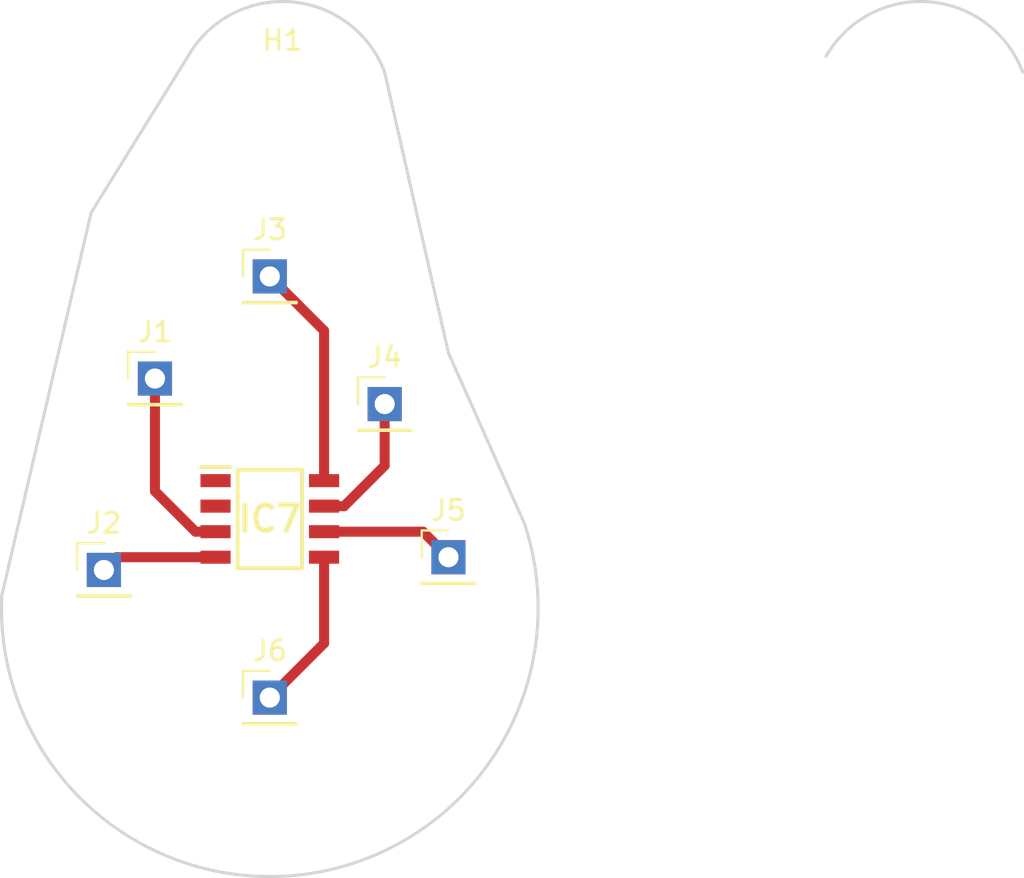
<source format=kicad_pcb>
(kicad_pcb (version 20211014) (generator pcbnew)
  (layers (0 "F.Cu" signal) (31 "B.Cu" signal) (34 "B.Paste" user) (35 "F.Paste" user) (36 "B.SilkS" user "B.Silkscreen") (37 "F.SilkS" user "F.Silkscreen") (38 "B.Mask" user) (39 "F.Mask" user) (44 "Edge.Cuts" user))
  (net 0 "")
  (net 1 "Net-(IC7-Pad8)")
  (net 2 "Net-(IC7-Pad7)")
  (net 3 "Net-(IC7-Pad6)")
  (net 4 "Net-(IC7-Pad5)")
  (net 5 "Net-(IC7-Pad4)")
  (net 6 "Net-(IC7-Pad3)")
  (net 7 "Net-(IC7-Pad2)")
  (net 8 "Net-(IC7-Pad1)")
  (footprint "SamacSys_Parts:SOIC127P600X175-8N" (layer "F.Cu") (at 91.44 58.42)
    (fp_text reference "IC7" (at 0 0) (layer "F.SilkS") (effects (font (size 1.27 1.27) (thickness 0.254))))
    (fp_text value "AT24CM02-SSHD-T" hide)
    (fp_line (start 1.6 -2.45) (end 1.6 2.45) (layer "F.SilkS") (width 0.2))
    (fp_line (start 1.6 2.45) (end -1.6 2.45) (layer "F.SilkS") (width 0.2))
    (fp_line (start -1.6 2.45) (end -1.6 -2.45) (layer "F.SilkS") (width 0.2))
    (fp_line (start -3.45 -2.58) (end -1.95 -2.58) (layer "F.SilkS") (width 0.2))
    (fp_line (start -1.6 -2.45) (end 1.6 -2.45) (layer "F.SilkS") (width 0.2))
    (pad "1" smd rect locked (at -2.7 -1.905 90) (size 0.65 1.5) (layers "F.Cu" "F.Paste" "F.Mask") (net 8 "Net-(IC7-Pad1)"))
    (pad "2" smd rect locked (at -2.7 -0.635 90) (size 0.65 1.5) (layers "F.Cu" "F.Paste" "F.Mask") (net 7 "Net-(IC7-Pad2)"))
    (pad "3" smd rect locked (at -2.7 0.635 90) (size 0.65 1.5) (layers "F.Cu" "F.Paste" "F.Mask") (net 6 "Net-(IC7-Pad3)"))
    (pad "4" smd rect locked (at -2.7 1.905 90) (size 0.65 1.5) (layers "F.Cu" "F.Paste" "F.Mask") (net 5 "Net-(IC7-Pad4)"))
    (pad "5" smd rect locked (at 2.7 1.905 90) (size 0.65 1.5) (layers "F.Cu" "F.Paste" "F.Mask") (net 4 "Net-(IC7-Pad5)"))
    (pad "6" smd rect locked (at 2.7 0.635 90) (size 0.65 1.5) (layers "F.Cu" "F.Paste" "F.Mask") (net 3 "Net-(IC7-Pad6)"))
    (pad "7" smd rect locked (at 2.7 -0.635 90) (size 0.65 1.5) (layers "F.Cu" "F.Paste" "F.Mask") (net 2 "Net-(IC7-Pad7)"))
    (pad "8" smd rect locked (at 2.7 -1.905 90) (size 0.65 1.5) (layers "F.Cu" "F.Paste" "F.Mask") (net 1 "Net-(IC7-Pad8)"))
  )
  (footprint "Connector_PinHeader_2.54mm:PinHeader_1x01_P2.54mm_Vertical" (layer "F.Cu") (at 85.725 51.435)
    (fp_text reference "J1" (at 0 -2.33) (layer "F.SilkS"))
    (fp_text value "Conn_01x01")
    (fp_line (start -1.33 1.27) (end -1.33 1.33) (layer "F.SilkS") (width 0.12))
    (fp_line (start 1.33 1.27) (end 1.33 1.33) (layer "F.SilkS") (width 0.12))
    (fp_line (start -1.33 1.27) (end 1.33 1.27) (layer "F.SilkS") (width 0.12))
    (fp_line (start -1.33 1.33) (end 1.33 1.33) (layer "F.SilkS") (width 0.12))
    (fp_line (start -1.33 -1.33) (end 0 -1.33) (layer "F.SilkS") (width 0.12))
    (fp_line (start -1.33 0) (end -1.33 -1.33) (layer "F.SilkS") (width 0.12))
    (pad "1" thru_hole rect locked (at 0 0) (size 1.7 1.7) (drill 1) (layers *.Cu *.Mask) (net 6 "Net-(IC7-Pad3)"))
  )
  (footprint "Connector_PinHeader_2.54mm:PinHeader_1x01_P2.54mm_Vertical" (layer "F.Cu") (at 91.44 46.355)
    (fp_text reference "J3" (at 0 -2.33) (layer "F.SilkS"))
    (fp_text value "Conn_01x01")
    (fp_line (start -1.33 1.27) (end 1.33 1.27) (layer "F.SilkS") (width 0.12))
    (fp_line (start -1.33 1.27) (end -1.33 1.33) (layer "F.SilkS") (width 0.12))
    (fp_line (start 1.33 1.27) (end 1.33 1.33) (layer "F.SilkS") (width 0.12))
    (fp_line (start -1.33 0) (end -1.33 -1.33) (layer "F.SilkS") (width 0.12))
    (fp_line (start -1.33 -1.33) (end 0 -1.33) (layer "F.SilkS") (width 0.12))
    (fp_line (start -1.33 1.33) (end 1.33 1.33) (layer "F.SilkS") (width 0.12))
    (pad "1" thru_hole rect locked (at 0 0) (size 1.7 1.7) (drill 1) (layers *.Cu *.Mask) (net 1 "Net-(IC7-Pad8)"))
  )
  (footprint "Connector_PinHeader_2.54mm:PinHeader_1x01_P2.54mm_Vertical" (layer "F.Cu") (at 97.155 52.705)
    (fp_text reference "J4" (at 0 -2.33) (layer "F.SilkS"))
    (fp_text value "Conn_01x01")
    (fp_line (start -1.33 -1.33) (end 0 -1.33) (layer "F.SilkS") (width 0.12))
    (fp_line (start 1.33 1.27) (end 1.33 1.33) (layer "F.SilkS") (width 0.12))
    (fp_line (start -1.33 1.27) (end 1.33 1.27) (layer "F.SilkS") (width 0.12))
    (fp_line (start -1.33 0) (end -1.33 -1.33) (layer "F.SilkS") (width 0.12))
    (fp_line (start -1.33 1.27) (end -1.33 1.33) (layer "F.SilkS") (width 0.12))
    (fp_line (start -1.33 1.33) (end 1.33 1.33) (layer "F.SilkS") (width 0.12))
    (pad "1" thru_hole rect locked (at 0 0) (size 1.7 1.7) (drill 1) (layers *.Cu *.Mask) (net 2 "Net-(IC7-Pad7)"))
  )
  (footprint "Connector_PinHeader_2.54mm:PinHeader_1x01_P2.54mm_Vertical" (layer "F.Cu") (at 100.33 60.325)
    (fp_text reference "J5" (at 0 -2.33) (layer "F.SilkS"))
    (fp_text value "Conn_01x01")
    (fp_line (start 1.33 1.27) (end 1.33 1.33) (layer "F.SilkS") (width 0.12))
    (fp_line (start -1.33 1.27) (end 1.33 1.27) (layer "F.SilkS") (width 0.12))
    (fp_line (start -1.33 1.33) (end 1.33 1.33) (layer "F.SilkS") (width 0.12))
    (fp_line (start -1.33 0) (end -1.33 -1.33) (layer "F.SilkS") (width 0.12))
    (fp_line (start -1.33 -1.33) (end 0 -1.33) (layer "F.SilkS") (width 0.12))
    (fp_line (start -1.33 1.27) (end -1.33 1.33) (layer "F.SilkS") (width 0.12))
    (pad "1" thru_hole rect locked (at 0 0) (size 1.7 1.7) (drill 1) (layers *.Cu *.Mask) (net 3 "Net-(IC7-Pad6)"))
  )
  (footprint "Connector_PinHeader_2.54mm:PinHeader_1x01_P2.54mm_Vertical" (layer "F.Cu") (at 91.44 67.31)
    (fp_text reference "J6" (at 0 -2.33) (layer "F.SilkS"))
    (fp_text value "Conn_01x01")
    (fp_line (start -1.33 1.33) (end 1.33 1.33) (layer "F.SilkS") (width 0.12))
    (fp_line (start -1.33 1.27) (end 1.33 1.27) (layer "F.SilkS") (width 0.12))
    (fp_line (start -1.33 0) (end -1.33 -1.33) (layer "F.SilkS") (width 0.12))
    (fp_line (start 1.33 1.27) (end 1.33 1.33) (layer "F.SilkS") (width 0.12))
    (fp_line (start -1.33 1.27) (end -1.33 1.33) (layer "F.SilkS") (width 0.12))
    (fp_line (start -1.33 -1.33) (end 0 -1.33) (layer "F.SilkS") (width 0.12))
    (pad "1" thru_hole rect locked (at 0 0) (size 1.7 1.7) (drill 1) (layers *.Cu *.Mask) (net 4 "Net-(IC7-Pad5)"))
  )
  (footprint "Connector_PinHeader_2.54mm:PinHeader_1x01_P2.54mm_Vertical" (layer "F.Cu") (at 83.185 60.96)
    (fp_text reference "J2" (at 0 -2.33) (layer "F.SilkS"))
    (fp_text value "Conn_01x01")
    (fp_line (start -1.33 1.27) (end -1.33 1.33) (layer "F.SilkS") (width 0.12))
    (fp_line (start -1.33 1.33) (end 1.33 1.33) (layer "F.SilkS") (width 0.12))
    (fp_line (start 1.33 1.27) (end 1.33 1.33) (layer "F.SilkS") (width 0.12))
    (fp_line (start -1.33 -1.33) (end 0 -1.33) (layer "F.SilkS") (width 0.12))
    (fp_line (start -1.33 0) (end -1.33 -1.33) (layer "F.SilkS") (width 0.12))
    (fp_line (start -1.33 1.27) (end 1.33 1.27) (layer "F.SilkS") (width 0.12))
    (pad "1" thru_hole rect locked (at 0 0) (size 1.7 1.7) (drill 1) (layers *.Cu *.Mask) (net 5 "Net-(IC7-Pad4)"))
  )
  (footprint "MountingHole:MountingHole_2.5mm" (layer "F.Cu") (at 92.075 38.1)
    (fp_text reference "H1" (at 0 -3.5) (layer "F.SilkS"))
    (fp_text value "MountingHole")
    (pad "" np_thru_hole circle locked (at 0 0) (size 2.5 2.5) (drill 2.5) (layers *.Cu *.Mask))
  )
  (gr_line (start 100.33 50.165) (end 104.105027 58.643324) (layer "Edge.Cuts") (width 0.15))
  (gr_line (start 82.55 43.18) (end 87.364397 35.408227) (layer "Edge.Cuts") (width 0.15))
  (gr_arc (start 119.114353 35.408303) (mid 124.259544 32.691987) (end 128.905 36.195) (layer "Edge.Cuts") (width 0.15))
  (gr_arc (start 87.364353 35.408303) (mid 92.509544 32.691987) (end 97.155 36.195) (layer "Edge.Cuts") (width 0.15))
  (gr_arc (start 104.105027 58.643324) (mid 93.264357 76.08987) (end 78.105 62.23) (layer "Edge.Cuts") (width 0.15))
  (gr_line (start 78.105 62.23) (end 82.55 43.18) (layer "Edge.Cuts") (width 0.15))
  (gr_line (start 97.155 36.195) (end 100.33 50.165) (layer "Edge.Cuts") (width 0.15))
  (segment (start 94.14 49.055) (end 91.44 46.355) (width 0.5) (layer "F.Cu") (net 1))
  (segment (start 94.14 56.515) (end 94.14 49.055) (width 0.5) (layer "F.Cu") (net 1))
  (segment (start 94.14 57.785) (end 95.14 57.785) (width 0.5) (layer "F.Cu") (net 2))
  (segment (start 97.155 55.77) (end 97.155 52.705) (width 0.5) (layer "F.Cu") (net 2))
  (segment (start 95.14 57.785) (end 97.155 55.77) (width 0.5) (layer "F.Cu") (net 2))
  (segment (start 94.14 59.055) (end 99.06 59.055) (width 0.5) (layer "F.Cu") (net 3))
  (segment (start 99.06 59.055) (end 100.33 60.325) (width 0.5) (layer "F.Cu") (net 3))
  (segment (start 94.14 64.61) (end 91.44 67.31) (width 0.5) (layer "F.Cu") (net 4))
  (segment (start 94.14 60.325) (end 94.14 64.61) (width 0.5) (layer "F.Cu") (net 4))
  (segment (start 88.74 60.325) (end 83.82 60.325) (width 0.5) (layer "F.Cu") (net 5))
  (segment (start 83.82 60.325) (end 83.185 60.96) (width 0.5) (layer "F.Cu") (net 5))
  (segment (start 87.74 59.055) (end 85.725 57.04) (width 0.5) (layer "F.Cu") (net 6))
  (segment (start 85.725 57.04) (end 85.725 51.435) (width 0.5) (layer "F.Cu") (net 6))
  (segment (start 88.74 59.055) (end 87.74 59.055) (width 0.5) (layer "F.Cu") (net 6))
)
</source>
